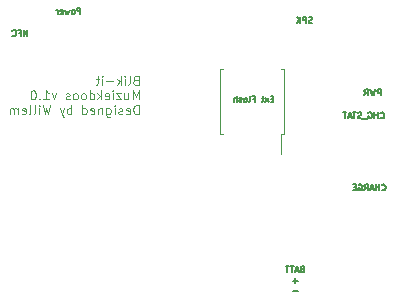
<source format=gbr>
%TF.GenerationSoftware,KiCad,Pcbnew,(5.1.10-1-10_14)*%
%TF.CreationDate,2021-09-22T20:59:13+02:00*%
%TF.ProjectId,Leo_muziekdoos,4c656f5f-6d75-47a6-9965-6b646f6f732e,rev?*%
%TF.SameCoordinates,Original*%
%TF.FileFunction,Legend,Bot*%
%TF.FilePolarity,Positive*%
%FSLAX46Y46*%
G04 Gerber Fmt 4.6, Leading zero omitted, Abs format (unit mm)*
G04 Created by KiCad (PCBNEW (5.1.10-1-10_14)) date 2021-09-22 20:59:13*
%MOMM*%
%LPD*%
G01*
G04 APERTURE LIST*
%ADD10C,0.101600*%
%ADD11C,0.127000*%
%ADD12C,0.120000*%
%ADD13O,1.000000X1.000000*%
%ADD14R,1.000000X1.000000*%
%ADD15C,3.000000*%
%ADD16R,1.800000X2.000000*%
%ADD17O,2.150000X1.300000*%
%ADD18C,0.550000*%
G04 APERTURE END LIST*
D10*
X61658531Y-71570971D02*
X61549674Y-71607257D01*
X61513388Y-71643542D01*
X61477102Y-71716114D01*
X61477102Y-71824971D01*
X61513388Y-71897542D01*
X61549674Y-71933828D01*
X61622245Y-71970114D01*
X61912531Y-71970114D01*
X61912531Y-71208114D01*
X61658531Y-71208114D01*
X61585960Y-71244400D01*
X61549674Y-71280685D01*
X61513388Y-71353257D01*
X61513388Y-71425828D01*
X61549674Y-71498400D01*
X61585960Y-71534685D01*
X61658531Y-71570971D01*
X61912531Y-71570971D01*
X61041674Y-71970114D02*
X61114245Y-71933828D01*
X61150531Y-71861257D01*
X61150531Y-71208114D01*
X60751388Y-71970114D02*
X60751388Y-71462114D01*
X60751388Y-71208114D02*
X60787674Y-71244400D01*
X60751388Y-71280685D01*
X60715102Y-71244400D01*
X60751388Y-71208114D01*
X60751388Y-71280685D01*
X60388531Y-71970114D02*
X60388531Y-71208114D01*
X60315960Y-71679828D02*
X60098245Y-71970114D01*
X60098245Y-71462114D02*
X60388531Y-71752400D01*
X59771674Y-71679828D02*
X59191102Y-71679828D01*
X58828245Y-71970114D02*
X58828245Y-71462114D01*
X58828245Y-71208114D02*
X58864531Y-71244400D01*
X58828245Y-71280685D01*
X58791960Y-71244400D01*
X58828245Y-71208114D01*
X58828245Y-71280685D01*
X58574245Y-71462114D02*
X58283960Y-71462114D01*
X58465388Y-71208114D02*
X58465388Y-71861257D01*
X58429102Y-71933828D01*
X58356531Y-71970114D01*
X58283960Y-71970114D01*
X61912531Y-73214714D02*
X61912531Y-72452714D01*
X61658531Y-72997000D01*
X61404531Y-72452714D01*
X61404531Y-73214714D01*
X60715102Y-72706714D02*
X60715102Y-73214714D01*
X61041674Y-72706714D02*
X61041674Y-73105857D01*
X61005388Y-73178428D01*
X60932817Y-73214714D01*
X60823959Y-73214714D01*
X60751388Y-73178428D01*
X60715102Y-73142142D01*
X60424817Y-72706714D02*
X60025674Y-72706714D01*
X60424817Y-73214714D01*
X60025674Y-73214714D01*
X59735388Y-73214714D02*
X59735388Y-72706714D01*
X59735388Y-72452714D02*
X59771674Y-72489000D01*
X59735388Y-72525285D01*
X59699102Y-72489000D01*
X59735388Y-72452714D01*
X59735388Y-72525285D01*
X59082245Y-73178428D02*
X59154817Y-73214714D01*
X59299960Y-73214714D01*
X59372531Y-73178428D01*
X59408817Y-73105857D01*
X59408817Y-72815571D01*
X59372531Y-72743000D01*
X59299960Y-72706714D01*
X59154817Y-72706714D01*
X59082245Y-72743000D01*
X59045960Y-72815571D01*
X59045960Y-72888142D01*
X59408817Y-72960714D01*
X58719388Y-73214714D02*
X58719388Y-72452714D01*
X58646817Y-72924428D02*
X58429102Y-73214714D01*
X58429102Y-72706714D02*
X58719388Y-72997000D01*
X57775960Y-73214714D02*
X57775960Y-72452714D01*
X57775960Y-73178428D02*
X57848531Y-73214714D01*
X57993674Y-73214714D01*
X58066245Y-73178428D01*
X58102531Y-73142142D01*
X58138817Y-73069571D01*
X58138817Y-72851857D01*
X58102531Y-72779285D01*
X58066245Y-72743000D01*
X57993674Y-72706714D01*
X57848531Y-72706714D01*
X57775960Y-72743000D01*
X57304245Y-73214714D02*
X57376817Y-73178428D01*
X57413102Y-73142142D01*
X57449388Y-73069571D01*
X57449388Y-72851857D01*
X57413102Y-72779285D01*
X57376817Y-72743000D01*
X57304245Y-72706714D01*
X57195388Y-72706714D01*
X57122817Y-72743000D01*
X57086531Y-72779285D01*
X57050245Y-72851857D01*
X57050245Y-73069571D01*
X57086531Y-73142142D01*
X57122817Y-73178428D01*
X57195388Y-73214714D01*
X57304245Y-73214714D01*
X56614817Y-73214714D02*
X56687388Y-73178428D01*
X56723674Y-73142142D01*
X56759960Y-73069571D01*
X56759960Y-72851857D01*
X56723674Y-72779285D01*
X56687388Y-72743000D01*
X56614817Y-72706714D01*
X56505960Y-72706714D01*
X56433388Y-72743000D01*
X56397102Y-72779285D01*
X56360817Y-72851857D01*
X56360817Y-73069571D01*
X56397102Y-73142142D01*
X56433388Y-73178428D01*
X56505960Y-73214714D01*
X56614817Y-73214714D01*
X56070531Y-73178428D02*
X55997960Y-73214714D01*
X55852817Y-73214714D01*
X55780245Y-73178428D01*
X55743960Y-73105857D01*
X55743960Y-73069571D01*
X55780245Y-72997000D01*
X55852817Y-72960714D01*
X55961674Y-72960714D01*
X56034245Y-72924428D01*
X56070531Y-72851857D01*
X56070531Y-72815571D01*
X56034245Y-72743000D01*
X55961674Y-72706714D01*
X55852817Y-72706714D01*
X55780245Y-72743000D01*
X54909388Y-72706714D02*
X54727960Y-73214714D01*
X54546531Y-72706714D01*
X53857102Y-73214714D02*
X54292531Y-73214714D01*
X54074817Y-73214714D02*
X54074817Y-72452714D01*
X54147388Y-72561571D01*
X54219960Y-72634142D01*
X54292531Y-72670428D01*
X53530531Y-73142142D02*
X53494245Y-73178428D01*
X53530531Y-73214714D01*
X53566817Y-73178428D01*
X53530531Y-73142142D01*
X53530531Y-73214714D01*
X53022531Y-72452714D02*
X52949960Y-72452714D01*
X52877388Y-72489000D01*
X52841102Y-72525285D01*
X52804817Y-72597857D01*
X52768531Y-72743000D01*
X52768531Y-72924428D01*
X52804817Y-73069571D01*
X52841102Y-73142142D01*
X52877388Y-73178428D01*
X52949960Y-73214714D01*
X53022531Y-73214714D01*
X53095102Y-73178428D01*
X53131388Y-73142142D01*
X53167674Y-73069571D01*
X53203960Y-72924428D01*
X53203960Y-72743000D01*
X53167674Y-72597857D01*
X53131388Y-72525285D01*
X53095102Y-72489000D01*
X53022531Y-72452714D01*
X61912531Y-74459314D02*
X61912531Y-73697314D01*
X61731102Y-73697314D01*
X61622245Y-73733600D01*
X61549674Y-73806171D01*
X61513388Y-73878742D01*
X61477102Y-74023885D01*
X61477102Y-74132742D01*
X61513388Y-74277885D01*
X61549674Y-74350457D01*
X61622245Y-74423028D01*
X61731102Y-74459314D01*
X61912531Y-74459314D01*
X60860245Y-74423028D02*
X60932817Y-74459314D01*
X61077960Y-74459314D01*
X61150531Y-74423028D01*
X61186817Y-74350457D01*
X61186817Y-74060171D01*
X61150531Y-73987600D01*
X61077960Y-73951314D01*
X60932817Y-73951314D01*
X60860245Y-73987600D01*
X60823960Y-74060171D01*
X60823960Y-74132742D01*
X61186817Y-74205314D01*
X60533674Y-74423028D02*
X60461102Y-74459314D01*
X60315960Y-74459314D01*
X60243388Y-74423028D01*
X60207102Y-74350457D01*
X60207102Y-74314171D01*
X60243388Y-74241600D01*
X60315960Y-74205314D01*
X60424817Y-74205314D01*
X60497388Y-74169028D01*
X60533674Y-74096457D01*
X60533674Y-74060171D01*
X60497388Y-73987600D01*
X60424817Y-73951314D01*
X60315960Y-73951314D01*
X60243388Y-73987600D01*
X59880531Y-74459314D02*
X59880531Y-73951314D01*
X59880531Y-73697314D02*
X59916817Y-73733600D01*
X59880531Y-73769885D01*
X59844245Y-73733600D01*
X59880531Y-73697314D01*
X59880531Y-73769885D01*
X59191102Y-73951314D02*
X59191102Y-74568171D01*
X59227388Y-74640742D01*
X59263674Y-74677028D01*
X59336245Y-74713314D01*
X59445102Y-74713314D01*
X59517674Y-74677028D01*
X59191102Y-74423028D02*
X59263674Y-74459314D01*
X59408817Y-74459314D01*
X59481388Y-74423028D01*
X59517674Y-74386742D01*
X59553960Y-74314171D01*
X59553960Y-74096457D01*
X59517674Y-74023885D01*
X59481388Y-73987600D01*
X59408817Y-73951314D01*
X59263674Y-73951314D01*
X59191102Y-73987600D01*
X58828245Y-73951314D02*
X58828245Y-74459314D01*
X58828245Y-74023885D02*
X58791960Y-73987600D01*
X58719388Y-73951314D01*
X58610531Y-73951314D01*
X58537960Y-73987600D01*
X58501674Y-74060171D01*
X58501674Y-74459314D01*
X57848531Y-74423028D02*
X57921102Y-74459314D01*
X58066245Y-74459314D01*
X58138817Y-74423028D01*
X58175102Y-74350457D01*
X58175102Y-74060171D01*
X58138817Y-73987600D01*
X58066245Y-73951314D01*
X57921102Y-73951314D01*
X57848531Y-73987600D01*
X57812245Y-74060171D01*
X57812245Y-74132742D01*
X58175102Y-74205314D01*
X57159102Y-74459314D02*
X57159102Y-73697314D01*
X57159102Y-74423028D02*
X57231674Y-74459314D01*
X57376817Y-74459314D01*
X57449388Y-74423028D01*
X57485674Y-74386742D01*
X57521960Y-74314171D01*
X57521960Y-74096457D01*
X57485674Y-74023885D01*
X57449388Y-73987600D01*
X57376817Y-73951314D01*
X57231674Y-73951314D01*
X57159102Y-73987600D01*
X56215674Y-74459314D02*
X56215674Y-73697314D01*
X56215674Y-73987600D02*
X56143102Y-73951314D01*
X55997960Y-73951314D01*
X55925388Y-73987600D01*
X55889102Y-74023885D01*
X55852817Y-74096457D01*
X55852817Y-74314171D01*
X55889102Y-74386742D01*
X55925388Y-74423028D01*
X55997960Y-74459314D01*
X56143102Y-74459314D01*
X56215674Y-74423028D01*
X55598817Y-73951314D02*
X55417388Y-74459314D01*
X55235960Y-73951314D02*
X55417388Y-74459314D01*
X55489960Y-74640742D01*
X55526245Y-74677028D01*
X55598817Y-74713314D01*
X54437674Y-73697314D02*
X54256245Y-74459314D01*
X54111102Y-73915028D01*
X53965960Y-74459314D01*
X53784531Y-73697314D01*
X53494245Y-74459314D02*
X53494245Y-73951314D01*
X53494245Y-73697314D02*
X53530531Y-73733600D01*
X53494245Y-73769885D01*
X53457960Y-73733600D01*
X53494245Y-73697314D01*
X53494245Y-73769885D01*
X53022531Y-74459314D02*
X53095102Y-74423028D01*
X53131388Y-74350457D01*
X53131388Y-73697314D01*
X52623388Y-74459314D02*
X52695960Y-74423028D01*
X52732245Y-74350457D01*
X52732245Y-73697314D01*
X52042817Y-74423028D02*
X52115388Y-74459314D01*
X52260531Y-74459314D01*
X52333102Y-74423028D01*
X52369388Y-74350457D01*
X52369388Y-74060171D01*
X52333102Y-73987600D01*
X52260531Y-73951314D01*
X52115388Y-73951314D01*
X52042817Y-73987600D01*
X52006531Y-74060171D01*
X52006531Y-74132742D01*
X52369388Y-74205314D01*
X51679960Y-74459314D02*
X51679960Y-73951314D01*
X51679960Y-74023885D02*
X51643674Y-73987600D01*
X51571102Y-73951314D01*
X51462245Y-73951314D01*
X51389674Y-73987600D01*
X51353388Y-74060171D01*
X51353388Y-74459314D01*
X51353388Y-74060171D02*
X51317102Y-73987600D01*
X51244531Y-73951314D01*
X51135674Y-73951314D01*
X51063102Y-73987600D01*
X51026817Y-74060171D01*
X51026817Y-74459314D01*
D11*
X73329142Y-73143714D02*
X73159809Y-73143714D01*
X73087238Y-73409809D02*
X73329142Y-73409809D01*
X73329142Y-72901809D01*
X73087238Y-72901809D01*
X72917904Y-73409809D02*
X72651809Y-73071142D01*
X72917904Y-73071142D02*
X72651809Y-73409809D01*
X72530857Y-73071142D02*
X72337333Y-73071142D01*
X72458285Y-72901809D02*
X72458285Y-73337238D01*
X72434095Y-73385619D01*
X72385714Y-73409809D01*
X72337333Y-73409809D01*
X71611619Y-73143714D02*
X71780952Y-73143714D01*
X71780952Y-73409809D02*
X71780952Y-72901809D01*
X71539047Y-72901809D01*
X71272952Y-73409809D02*
X71321333Y-73385619D01*
X71345523Y-73337238D01*
X71345523Y-72901809D01*
X70861714Y-73409809D02*
X70861714Y-73143714D01*
X70885904Y-73095333D01*
X70934285Y-73071142D01*
X71031047Y-73071142D01*
X71079428Y-73095333D01*
X70861714Y-73385619D02*
X70910095Y-73409809D01*
X71031047Y-73409809D01*
X71079428Y-73385619D01*
X71103619Y-73337238D01*
X71103619Y-73288857D01*
X71079428Y-73240476D01*
X71031047Y-73216285D01*
X70910095Y-73216285D01*
X70861714Y-73192095D01*
X70644000Y-73385619D02*
X70595619Y-73409809D01*
X70498857Y-73409809D01*
X70450476Y-73385619D01*
X70426285Y-73337238D01*
X70426285Y-73313047D01*
X70450476Y-73264666D01*
X70498857Y-73240476D01*
X70571428Y-73240476D01*
X70619809Y-73216285D01*
X70644000Y-73167904D01*
X70644000Y-73143714D01*
X70619809Y-73095333D01*
X70571428Y-73071142D01*
X70498857Y-73071142D01*
X70450476Y-73095333D01*
X70208571Y-73409809D02*
X70208571Y-72901809D01*
X69990857Y-73409809D02*
X69990857Y-73143714D01*
X70015047Y-73095333D01*
X70063428Y-73071142D01*
X70136000Y-73071142D01*
X70184380Y-73095333D01*
X70208571Y-73119523D01*
X82393047Y-74781428D02*
X82417238Y-74805619D01*
X82489809Y-74829809D01*
X82538190Y-74829809D01*
X82610761Y-74805619D01*
X82659142Y-74757238D01*
X82683333Y-74708857D01*
X82707523Y-74612095D01*
X82707523Y-74539523D01*
X82683333Y-74442761D01*
X82659142Y-74394380D01*
X82610761Y-74346000D01*
X82538190Y-74321809D01*
X82489809Y-74321809D01*
X82417238Y-74346000D01*
X82393047Y-74370190D01*
X82175333Y-74829809D02*
X82175333Y-74321809D01*
X82175333Y-74563714D02*
X81885047Y-74563714D01*
X81885047Y-74829809D02*
X81885047Y-74321809D01*
X81377047Y-74346000D02*
X81425428Y-74321809D01*
X81498000Y-74321809D01*
X81570571Y-74346000D01*
X81618952Y-74394380D01*
X81643142Y-74442761D01*
X81667333Y-74539523D01*
X81667333Y-74612095D01*
X81643142Y-74708857D01*
X81618952Y-74757238D01*
X81570571Y-74805619D01*
X81498000Y-74829809D01*
X81449619Y-74829809D01*
X81377047Y-74805619D01*
X81352857Y-74781428D01*
X81352857Y-74612095D01*
X81449619Y-74612095D01*
X81256095Y-74878190D02*
X80869047Y-74878190D01*
X80772285Y-74805619D02*
X80699714Y-74829809D01*
X80578761Y-74829809D01*
X80530380Y-74805619D01*
X80506190Y-74781428D01*
X80482000Y-74733047D01*
X80482000Y-74684666D01*
X80506190Y-74636285D01*
X80530380Y-74612095D01*
X80578761Y-74587904D01*
X80675523Y-74563714D01*
X80723904Y-74539523D01*
X80748095Y-74515333D01*
X80772285Y-74466952D01*
X80772285Y-74418571D01*
X80748095Y-74370190D01*
X80723904Y-74346000D01*
X80675523Y-74321809D01*
X80554571Y-74321809D01*
X80482000Y-74346000D01*
X80336857Y-74321809D02*
X80046571Y-74321809D01*
X80191714Y-74829809D02*
X80191714Y-74321809D01*
X79901428Y-74684666D02*
X79659523Y-74684666D01*
X79949809Y-74829809D02*
X79780476Y-74321809D01*
X79611142Y-74829809D01*
X79514380Y-74321809D02*
X79224095Y-74321809D01*
X79369238Y-74829809D02*
X79369238Y-74321809D01*
X82407333Y-72879809D02*
X82407333Y-72371809D01*
X82213809Y-72371809D01*
X82165428Y-72396000D01*
X82141238Y-72420190D01*
X82117047Y-72468571D01*
X82117047Y-72541142D01*
X82141238Y-72589523D01*
X82165428Y-72613714D01*
X82213809Y-72637904D01*
X82407333Y-72637904D01*
X81947714Y-72371809D02*
X81826761Y-72879809D01*
X81730000Y-72516952D01*
X81633238Y-72879809D01*
X81512285Y-72371809D01*
X81028476Y-72879809D02*
X81197809Y-72637904D01*
X81318761Y-72879809D02*
X81318761Y-72371809D01*
X81125238Y-72371809D01*
X81076857Y-72396000D01*
X81052666Y-72420190D01*
X81028476Y-72468571D01*
X81028476Y-72541142D01*
X81052666Y-72589523D01*
X81076857Y-72613714D01*
X81125238Y-72637904D01*
X81318761Y-72637904D01*
X82504380Y-80871428D02*
X82528571Y-80895619D01*
X82601142Y-80919809D01*
X82649523Y-80919809D01*
X82722095Y-80895619D01*
X82770476Y-80847238D01*
X82794666Y-80798857D01*
X82818857Y-80702095D01*
X82818857Y-80629523D01*
X82794666Y-80532761D01*
X82770476Y-80484380D01*
X82722095Y-80436000D01*
X82649523Y-80411809D01*
X82601142Y-80411809D01*
X82528571Y-80436000D01*
X82504380Y-80460190D01*
X82286666Y-80919809D02*
X82286666Y-80411809D01*
X82286666Y-80653714D02*
X81996380Y-80653714D01*
X81996380Y-80919809D02*
X81996380Y-80411809D01*
X81778666Y-80774666D02*
X81536761Y-80774666D01*
X81827047Y-80919809D02*
X81657714Y-80411809D01*
X81488380Y-80919809D01*
X81028761Y-80919809D02*
X81198095Y-80677904D01*
X81319047Y-80919809D02*
X81319047Y-80411809D01*
X81125523Y-80411809D01*
X81077142Y-80436000D01*
X81052952Y-80460190D01*
X81028761Y-80508571D01*
X81028761Y-80581142D01*
X81052952Y-80629523D01*
X81077142Y-80653714D01*
X81125523Y-80677904D01*
X81319047Y-80677904D01*
X80544952Y-80436000D02*
X80593333Y-80411809D01*
X80665904Y-80411809D01*
X80738476Y-80436000D01*
X80786857Y-80484380D01*
X80811047Y-80532761D01*
X80835238Y-80629523D01*
X80835238Y-80702095D01*
X80811047Y-80798857D01*
X80786857Y-80847238D01*
X80738476Y-80895619D01*
X80665904Y-80919809D01*
X80617523Y-80919809D01*
X80544952Y-80895619D01*
X80520761Y-80871428D01*
X80520761Y-80702095D01*
X80617523Y-80702095D01*
X80303047Y-80653714D02*
X80133714Y-80653714D01*
X80061142Y-80919809D02*
X80303047Y-80919809D01*
X80303047Y-80411809D01*
X80061142Y-80411809D01*
X76593142Y-66735619D02*
X76520571Y-66759809D01*
X76399619Y-66759809D01*
X76351238Y-66735619D01*
X76327047Y-66711428D01*
X76302857Y-66663047D01*
X76302857Y-66614666D01*
X76327047Y-66566285D01*
X76351238Y-66542095D01*
X76399619Y-66517904D01*
X76496380Y-66493714D01*
X76544761Y-66469523D01*
X76568952Y-66445333D01*
X76593142Y-66396952D01*
X76593142Y-66348571D01*
X76568952Y-66300190D01*
X76544761Y-66276000D01*
X76496380Y-66251809D01*
X76375428Y-66251809D01*
X76302857Y-66276000D01*
X76085142Y-66759809D02*
X76085142Y-66251809D01*
X75891619Y-66251809D01*
X75843238Y-66276000D01*
X75819047Y-66300190D01*
X75794857Y-66348571D01*
X75794857Y-66421142D01*
X75819047Y-66469523D01*
X75843238Y-66493714D01*
X75891619Y-66517904D01*
X76085142Y-66517904D01*
X75577142Y-66759809D02*
X75577142Y-66251809D01*
X75286857Y-66759809D02*
X75504571Y-66469523D01*
X75286857Y-66251809D02*
X75577142Y-66542095D01*
X56983904Y-65969809D02*
X56983904Y-65461809D01*
X56790380Y-65461809D01*
X56742000Y-65486000D01*
X56717809Y-65510190D01*
X56693619Y-65558571D01*
X56693619Y-65631142D01*
X56717809Y-65679523D01*
X56742000Y-65703714D01*
X56790380Y-65727904D01*
X56983904Y-65727904D01*
X56403333Y-65969809D02*
X56451714Y-65945619D01*
X56475904Y-65921428D01*
X56500095Y-65873047D01*
X56500095Y-65727904D01*
X56475904Y-65679523D01*
X56451714Y-65655333D01*
X56403333Y-65631142D01*
X56330761Y-65631142D01*
X56282380Y-65655333D01*
X56258190Y-65679523D01*
X56234000Y-65727904D01*
X56234000Y-65873047D01*
X56258190Y-65921428D01*
X56282380Y-65945619D01*
X56330761Y-65969809D01*
X56403333Y-65969809D01*
X56064666Y-65631142D02*
X55967904Y-65969809D01*
X55871142Y-65727904D01*
X55774380Y-65969809D01*
X55677619Y-65631142D01*
X55290571Y-65945619D02*
X55338952Y-65969809D01*
X55435714Y-65969809D01*
X55484095Y-65945619D01*
X55508285Y-65897238D01*
X55508285Y-65703714D01*
X55484095Y-65655333D01*
X55435714Y-65631142D01*
X55338952Y-65631142D01*
X55290571Y-65655333D01*
X55266380Y-65703714D01*
X55266380Y-65752095D01*
X55508285Y-65800476D01*
X55048666Y-65969809D02*
X55048666Y-65631142D01*
X55048666Y-65727904D02*
X55024476Y-65679523D01*
X55000285Y-65655333D01*
X54951904Y-65631142D01*
X54903523Y-65631142D01*
X75748476Y-87594714D02*
X75675904Y-87618904D01*
X75651714Y-87643095D01*
X75627523Y-87691476D01*
X75627523Y-87764047D01*
X75651714Y-87812428D01*
X75675904Y-87836619D01*
X75724285Y-87860809D01*
X75917809Y-87860809D01*
X75917809Y-87352809D01*
X75748476Y-87352809D01*
X75700095Y-87377000D01*
X75675904Y-87401190D01*
X75651714Y-87449571D01*
X75651714Y-87497952D01*
X75675904Y-87546333D01*
X75700095Y-87570523D01*
X75748476Y-87594714D01*
X75917809Y-87594714D01*
X75434000Y-87715666D02*
X75192095Y-87715666D01*
X75482380Y-87860809D02*
X75313047Y-87352809D01*
X75143714Y-87860809D01*
X75046952Y-87352809D02*
X74756666Y-87352809D01*
X74901809Y-87860809D02*
X74901809Y-87352809D01*
X74659904Y-87352809D02*
X74369619Y-87352809D01*
X74514761Y-87860809D02*
X74514761Y-87352809D01*
X75373523Y-88556285D02*
X74986476Y-88556285D01*
X75180000Y-88749809D02*
X75180000Y-88362761D01*
X75373523Y-89445285D02*
X74986476Y-89445285D01*
X52486857Y-67859809D02*
X52486857Y-67351809D01*
X52196571Y-67859809D01*
X52196571Y-67351809D01*
X51785333Y-67593714D02*
X51954666Y-67593714D01*
X51954666Y-67859809D02*
X51954666Y-67351809D01*
X51712761Y-67351809D01*
X51228952Y-67811428D02*
X51253142Y-67835619D01*
X51325714Y-67859809D01*
X51374095Y-67859809D01*
X51446666Y-67835619D01*
X51495047Y-67787238D01*
X51519238Y-67738857D01*
X51543428Y-67642095D01*
X51543428Y-67569523D01*
X51519238Y-67472761D01*
X51495047Y-67424380D01*
X51446666Y-67376000D01*
X51374095Y-67351809D01*
X51325714Y-67351809D01*
X51253142Y-67376000D01*
X51228952Y-67400190D01*
D12*
%TO.C,U6*%
X68801400Y-73393300D02*
X68801400Y-70668300D01*
X68801400Y-70668300D02*
X69061400Y-70668300D01*
X68801400Y-73393300D02*
X68801400Y-76118300D01*
X68801400Y-76118300D02*
X69061400Y-76118300D01*
X74251400Y-73393300D02*
X74251400Y-70668300D01*
X74251400Y-70668300D02*
X73991400Y-70668300D01*
X74251400Y-73393300D02*
X74251400Y-76118300D01*
X74251400Y-76118300D02*
X73991400Y-76118300D01*
X73991400Y-76118300D02*
X73991400Y-77793300D01*
%TD*%
%LPC*%
D13*
%TO.C,J3*%
X77762100Y-66548000D03*
D14*
X79032100Y-66548000D03*
%TD*%
D13*
%TO.C,J1*%
X73952100Y-89928700D03*
D14*
X73952100Y-88658700D03*
%TD*%
D15*
%TO.C,M2*%
X82397600Y-88696800D03*
%TD*%
D13*
%TO.C,J4*%
X51816000Y-64820800D03*
D14*
X51816000Y-66090800D03*
%TD*%
D16*
%TO.C,J2*%
X78539100Y-84495800D03*
D17*
X81699100Y-84295800D03*
D16*
X78539100Y-76895800D03*
D17*
X81699100Y-77095800D03*
D18*
X79549100Y-82695800D03*
X79549100Y-78695800D03*
%TD*%
%TO.C,U6*%
G36*
G01*
X73581400Y-70593300D02*
X73281400Y-70593300D01*
G75*
G02*
X73131400Y-70443300I0J150000D01*
G01*
X73131400Y-69143300D01*
G75*
G02*
X73281400Y-68993300I150000J0D01*
G01*
X73581400Y-68993300D01*
G75*
G02*
X73731400Y-69143300I0J-150000D01*
G01*
X73731400Y-70443300D01*
G75*
G02*
X73581400Y-70593300I-150000J0D01*
G01*
G37*
G36*
G01*
X72311400Y-70593300D02*
X72011400Y-70593300D01*
G75*
G02*
X71861400Y-70443300I0J150000D01*
G01*
X71861400Y-69143300D01*
G75*
G02*
X72011400Y-68993300I150000J0D01*
G01*
X72311400Y-68993300D01*
G75*
G02*
X72461400Y-69143300I0J-150000D01*
G01*
X72461400Y-70443300D01*
G75*
G02*
X72311400Y-70593300I-150000J0D01*
G01*
G37*
G36*
G01*
X71041400Y-70593300D02*
X70741400Y-70593300D01*
G75*
G02*
X70591400Y-70443300I0J150000D01*
G01*
X70591400Y-69143300D01*
G75*
G02*
X70741400Y-68993300I150000J0D01*
G01*
X71041400Y-68993300D01*
G75*
G02*
X71191400Y-69143300I0J-150000D01*
G01*
X71191400Y-70443300D01*
G75*
G02*
X71041400Y-70593300I-150000J0D01*
G01*
G37*
G36*
G01*
X69771400Y-70593300D02*
X69471400Y-70593300D01*
G75*
G02*
X69321400Y-70443300I0J150000D01*
G01*
X69321400Y-69143300D01*
G75*
G02*
X69471400Y-68993300I150000J0D01*
G01*
X69771400Y-68993300D01*
G75*
G02*
X69921400Y-69143300I0J-150000D01*
G01*
X69921400Y-70443300D01*
G75*
G02*
X69771400Y-70593300I-150000J0D01*
G01*
G37*
G36*
G01*
X69771400Y-77793300D02*
X69471400Y-77793300D01*
G75*
G02*
X69321400Y-77643300I0J150000D01*
G01*
X69321400Y-76343300D01*
G75*
G02*
X69471400Y-76193300I150000J0D01*
G01*
X69771400Y-76193300D01*
G75*
G02*
X69921400Y-76343300I0J-150000D01*
G01*
X69921400Y-77643300D01*
G75*
G02*
X69771400Y-77793300I-150000J0D01*
G01*
G37*
G36*
G01*
X71041400Y-77793300D02*
X70741400Y-77793300D01*
G75*
G02*
X70591400Y-77643300I0J150000D01*
G01*
X70591400Y-76343300D01*
G75*
G02*
X70741400Y-76193300I150000J0D01*
G01*
X71041400Y-76193300D01*
G75*
G02*
X71191400Y-76343300I0J-150000D01*
G01*
X71191400Y-77643300D01*
G75*
G02*
X71041400Y-77793300I-150000J0D01*
G01*
G37*
G36*
G01*
X72311400Y-77793300D02*
X72011400Y-77793300D01*
G75*
G02*
X71861400Y-77643300I0J150000D01*
G01*
X71861400Y-76343300D01*
G75*
G02*
X72011400Y-76193300I150000J0D01*
G01*
X72311400Y-76193300D01*
G75*
G02*
X72461400Y-76343300I0J-150000D01*
G01*
X72461400Y-77643300D01*
G75*
G02*
X72311400Y-77793300I-150000J0D01*
G01*
G37*
G36*
G01*
X73581400Y-77793300D02*
X73281400Y-77793300D01*
G75*
G02*
X73131400Y-77643300I0J150000D01*
G01*
X73131400Y-76343300D01*
G75*
G02*
X73281400Y-76193300I150000J0D01*
G01*
X73581400Y-76193300D01*
G75*
G02*
X73731400Y-76343300I0J-150000D01*
G01*
X73731400Y-77643300D01*
G75*
G02*
X73581400Y-77793300I-150000J0D01*
G01*
G37*
%TD*%
D15*
%TO.C,M1*%
X69450000Y-65370000D03*
%TD*%
M02*

</source>
